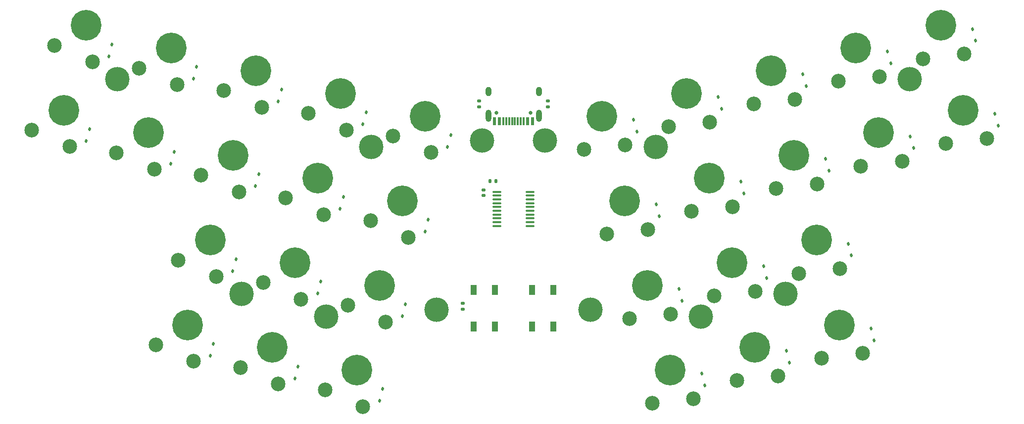
<source format=gbr>
%TF.GenerationSoftware,KiCad,Pcbnew,7.0.8*%
%TF.CreationDate,2024-02-21T20:33:01-06:00*%
%TF.ProjectId,rattlemebones32,72617474-6c65-46d6-9562-6f6e65733332,rev?*%
%TF.SameCoordinates,Original*%
%TF.FileFunction,Soldermask,Bot*%
%TF.FilePolarity,Negative*%
%FSLAX46Y46*%
G04 Gerber Fmt 4.6, Leading zero omitted, Abs format (unit mm)*
G04 Created by KiCad (PCBNEW 7.0.8) date 2024-02-21 20:33:01*
%MOMM*%
%LPD*%
G01*
G04 APERTURE LIST*
G04 Aperture macros list*
%AMRoundRect*
0 Rectangle with rounded corners*
0 $1 Rounding radius*
0 $2 $3 $4 $5 $6 $7 $8 $9 X,Y pos of 4 corners*
0 Add a 4 corners polygon primitive as box body*
4,1,4,$2,$3,$4,$5,$6,$7,$8,$9,$2,$3,0*
0 Add four circle primitives for the rounded corners*
1,1,$1+$1,$2,$3*
1,1,$1+$1,$4,$5*
1,1,$1+$1,$6,$7*
1,1,$1+$1,$8,$9*
0 Add four rect primitives between the rounded corners*
20,1,$1+$1,$2,$3,$4,$5,0*
20,1,$1+$1,$4,$5,$6,$7,0*
20,1,$1+$1,$6,$7,$8,$9,0*
20,1,$1+$1,$8,$9,$2,$3,0*%
G04 Aperture macros list end*
%ADD10C,2.500000*%
%ADD11C,5.250000*%
%ADD12RoundRect,0.112500X0.060138X-0.210228X0.157195X0.151994X-0.060138X0.210228X-0.157195X-0.151994X0*%
%ADD13RoundRect,0.140000X0.140000X0.170000X-0.140000X0.170000X-0.140000X-0.170000X0.140000X-0.170000X0*%
%ADD14RoundRect,0.112500X0.157195X-0.151994X0.060138X0.210228X-0.157195X0.151994X-0.060138X-0.210228X0*%
%ADD15RoundRect,0.140000X-0.170000X0.140000X-0.170000X-0.140000X0.170000X-0.140000X0.170000X0.140000X0*%
%ADD16R,1.100000X1.800000*%
%ADD17RoundRect,0.100000X0.637500X0.100000X-0.637500X0.100000X-0.637500X-0.100000X0.637500X-0.100000X0*%
%ADD18O,1.000000X1.600000*%
%ADD19O,1.000000X2.100000*%
%ADD20R,0.600000X1.450000*%
%ADD21R,0.300000X1.450000*%
%ADD22C,0.650000*%
%ADD23RoundRect,0.135000X-0.185000X0.135000X-0.185000X-0.135000X0.185000X-0.135000X0.185000X0.135000X0*%
%ADD24RoundRect,0.135000X0.185000X-0.135000X0.185000X0.135000X-0.185000X0.135000X-0.185000X-0.135000X0*%
%ADD25C,4.190000*%
G04 APERTURE END LIST*
D10*
%TO.C,SW2*%
X202371413Y-62578225D03*
X195338172Y-63375736D03*
D11*
X198371796Y-57697081D03*
%TD*%
%TO.C,SW23*%
X87927362Y-98321712D03*
D10*
X82460839Y-101722760D03*
X88950560Y-104548715D03*
%TD*%
D11*
%TO.C,SW24*%
X162669706Y-98321713D03*
D10*
X159636082Y-104000368D03*
X166669323Y-103202857D03*
%TD*%
D11*
%TO.C,SW17*%
X91809646Y-83832825D03*
D10*
X86343123Y-87233873D03*
X92832844Y-90059828D03*
%TD*%
%TO.C,SW14*%
X191764811Y-80949397D03*
X184731570Y-81746908D03*
D11*
X187765194Y-76068253D03*
%TD*%
%TO.C,SW18*%
X158787420Y-83832825D03*
D10*
X155753796Y-89511480D03*
X162787037Y-88713969D03*
%TD*%
D11*
%TO.C,SW30*%
X166551994Y-112810596D03*
D10*
X163518370Y-118489251D03*
X170551611Y-117691740D03*
%TD*%
D11*
%TO.C,SW31*%
X98533963Y-116692883D03*
D10*
X93067440Y-120093931D03*
X99557161Y-122919886D03*
%TD*%
%TO.C,SW4*%
X187882530Y-66460510D03*
X180849289Y-67258021D03*
D11*
X183882913Y-61579366D03*
%TD*%
%TO.C,SW9*%
X48342984Y-72185968D03*
D10*
X42876461Y-75587016D03*
X49366182Y-78412971D03*
%TD*%
D12*
%TO.C,D1*%
X56076188Y-62952857D03*
X56619708Y-60924413D03*
%TD*%
D13*
%TO.C,C2*%
X121298725Y-84289371D03*
X122258725Y-84289371D03*
%TD*%
D11*
%TO.C,SW8*%
X154905137Y-69343934D03*
D10*
X151871513Y-75022589D03*
X158904754Y-74225078D03*
%TD*%
D11*
%TO.C,SW3*%
X66714154Y-61579366D03*
D10*
X61247631Y-64980414D03*
X67737352Y-67806369D03*
%TD*%
D11*
%TO.C,SW20*%
X144298531Y-87715110D03*
D10*
X141264907Y-93393765D03*
X148298148Y-92596254D03*
%TD*%
D11*
%TO.C,SW10*%
X202254082Y-72185964D03*
D10*
X199220458Y-77864619D03*
X206253699Y-77067108D03*
%TD*%
D11*
%TO.C,SW13*%
X62831868Y-76068249D03*
D10*
X57365345Y-79469297D03*
X63855066Y-82295252D03*
%TD*%
D14*
%TO.C,D6*%
X175356904Y-68087829D03*
X174813384Y-66059385D03*
%TD*%
D12*
%TO.C,D3*%
X70565079Y-66835145D03*
X71108599Y-64806701D03*
%TD*%
%TO.C,D5*%
X85053966Y-70717429D03*
X85597486Y-68688985D03*
%TD*%
D14*
%TO.C,D2*%
X203791160Y-58294812D03*
X204334680Y-60323256D03*
%TD*%
D11*
%TO.C,SW1*%
X52225268Y-57697080D03*
D10*
X46758745Y-61098128D03*
X53248466Y-63924083D03*
%TD*%
D14*
%TO.C,D14*%
X193184561Y-76665984D03*
X193728081Y-78694428D03*
%TD*%
D12*
%TO.C,D15*%
X81171681Y-85206316D03*
X81715201Y-83177872D03*
%TD*%
D14*
%TO.C,D4*%
X189302271Y-62177097D03*
X189845791Y-64205541D03*
%TD*%
D12*
%TO.C,D9*%
X52193903Y-77441744D03*
X52737423Y-75413300D03*
%TD*%
D14*
%TO.C,D10*%
X207673449Y-72783698D03*
X208216969Y-74812142D03*
%TD*%
D15*
%TO.C,C1*%
X120178726Y-86822351D03*
X120178726Y-85862351D03*
%TD*%
D11*
%TO.C,SW32*%
X152063105Y-116692886D03*
D10*
X149029481Y-122371541D03*
X156062722Y-121574030D03*
%TD*%
D11*
%TO.C,SW21*%
X73438470Y-94439426D03*
D10*
X67971947Y-97840474D03*
X74461668Y-100666429D03*
%TD*%
D11*
%TO.C,SW22*%
X177158596Y-94439426D03*
D10*
X174124972Y-100118081D03*
X181158213Y-99320570D03*
%TD*%
D11*
%TO.C,SW16*%
X173276308Y-79950539D03*
D10*
X170242684Y-85629194D03*
X177275925Y-84831683D03*
%TD*%
D11*
%TO.C,SW12*%
X140416248Y-73226224D03*
D10*
X137382624Y-78904879D03*
X144415865Y-78107368D03*
%TD*%
D11*
%TO.C,SW27*%
X69556188Y-108928313D03*
D10*
X64089665Y-112329361D03*
X70579386Y-115155316D03*
%TD*%
D11*
%TO.C,SW7*%
X95691931Y-69343936D03*
D10*
X90225408Y-72744984D03*
X96715129Y-75570939D03*
%TD*%
D11*
%TO.C,SW11*%
X110180819Y-73226222D03*
D10*
X104714296Y-76627270D03*
X111204017Y-79453225D03*
%TD*%
D11*
%TO.C,SW19*%
X106298533Y-87715110D03*
D10*
X100832010Y-91116158D03*
X107321731Y-93942113D03*
%TD*%
D11*
%TO.C,SW6*%
X169394022Y-65461650D03*
D10*
X166360398Y-71140305D03*
X173393639Y-70342794D03*
%TD*%
D11*
%TO.C,SW25*%
X102416245Y-102203997D03*
D10*
X96949722Y-105605045D03*
X103439443Y-108431000D03*
%TD*%
D11*
%TO.C,SW26*%
X148180820Y-102203997D03*
D10*
X145147196Y-107882652D03*
X152180437Y-107085141D03*
%TD*%
D11*
%TO.C,SW28*%
X181040881Y-108928313D03*
D10*
X178007257Y-114606968D03*
X185040498Y-113809457D03*
%TD*%
D11*
%TO.C,SW29*%
X84045074Y-112810597D03*
D10*
X78578551Y-116211645D03*
X85068272Y-119037600D03*
%TD*%
D11*
%TO.C,SW15*%
X77320758Y-79950538D03*
D10*
X71854235Y-83351586D03*
X78343956Y-86177541D03*
%TD*%
D11*
%TO.C,SW5*%
X81203045Y-65461651D03*
D10*
X75736522Y-68862699D03*
X82226243Y-71688654D03*
%TD*%
D14*
%TO.C,D20*%
X150261417Y-90341286D03*
X149717897Y-88312842D03*
%TD*%
D12*
%TO.C,D21*%
X77289393Y-99695203D03*
X77832913Y-97666759D03*
%TD*%
D14*
%TO.C,D22*%
X183121478Y-97065602D03*
X182577958Y-95037158D03*
%TD*%
D12*
%TO.C,D23*%
X91778279Y-103577490D03*
X92321799Y-101549046D03*
%TD*%
D14*
%TO.C,D24*%
X168632589Y-100947889D03*
X168089069Y-98919445D03*
%TD*%
D12*
%TO.C,D25*%
X106267169Y-107459775D03*
X106810689Y-105431331D03*
%TD*%
D14*
%TO.C,D26*%
X154143703Y-104830174D03*
X153600183Y-102801730D03*
%TD*%
D12*
%TO.C,D27*%
X73407106Y-114184092D03*
X73950626Y-112155648D03*
%TD*%
D14*
%TO.C,D28*%
X187003763Y-111554489D03*
X186460243Y-109526045D03*
%TD*%
%TO.C,D12*%
X146379130Y-75852399D03*
X145835610Y-73823955D03*
%TD*%
D16*
%TO.C,SW33*%
X122148656Y-109189371D03*
X122148656Y-102989371D03*
X118448656Y-109189371D03*
X118448656Y-102989371D03*
%TD*%
%TO.C,SW34*%
X132148658Y-109189371D03*
X132148658Y-102989371D03*
X128448658Y-109189371D03*
X128448658Y-102989371D03*
%TD*%
D17*
%TO.C,U1*%
X122436158Y-86164370D03*
X122436158Y-86814370D03*
X122436158Y-87464370D03*
X122436158Y-88114370D03*
X122436158Y-88764370D03*
X122436158Y-89414370D03*
X122436158Y-90064370D03*
X122436158Y-90714370D03*
X122436158Y-91364370D03*
X122436158Y-92014370D03*
X128161158Y-92014370D03*
X128161158Y-91364370D03*
X128161158Y-90714370D03*
X128161158Y-90064370D03*
X128161158Y-89414370D03*
X128161158Y-88764370D03*
X128161158Y-88114370D03*
X128161158Y-87464370D03*
X128161158Y-86814370D03*
X128161158Y-86164370D03*
%TD*%
D14*
%TO.C,D16*%
X179239194Y-82576713D03*
X178695674Y-80548269D03*
%TD*%
D12*
%TO.C,D17*%
X95660567Y-89088603D03*
X96204087Y-87060159D03*
%TD*%
%TO.C,D11*%
X114031740Y-78482001D03*
X114575260Y-76453557D03*
%TD*%
%TO.C,D13*%
X66682792Y-81324030D03*
X67226312Y-79295586D03*
%TD*%
%TO.C,D7*%
X99542854Y-74599714D03*
X100086374Y-72571270D03*
%TD*%
D14*
%TO.C,D8*%
X160868017Y-71970112D03*
X160324497Y-69941668D03*
%TD*%
D12*
%TO.C,D29*%
X87895993Y-118066377D03*
X88439513Y-116037933D03*
%TD*%
D14*
%TO.C,D18*%
X164750303Y-86458999D03*
X164206783Y-84430555D03*
%TD*%
D12*
%TO.C,D19*%
X110149456Y-92970886D03*
X110692976Y-90942442D03*
%TD*%
D14*
%TO.C,D30*%
X172514873Y-115436773D03*
X171971353Y-113408329D03*
%TD*%
D12*
%TO.C,D31*%
X102384883Y-121948661D03*
X102928403Y-119920217D03*
%TD*%
D14*
%TO.C,D32*%
X158025988Y-119319062D03*
X157482468Y-117290618D03*
%TD*%
D18*
%TO.C,J1*%
X129618657Y-68997826D03*
D19*
X129618657Y-73177826D03*
X120978657Y-73177826D03*
D18*
X120978657Y-68997826D03*
D20*
X122048657Y-74092826D03*
X122848657Y-74092826D03*
D21*
X123548657Y-74092826D03*
X124548657Y-74092826D03*
X126048657Y-74092826D03*
X127048657Y-74092826D03*
D20*
X127748657Y-74092826D03*
X128548657Y-74092826D03*
X128548657Y-74092826D03*
X127748657Y-74092826D03*
D21*
X126548657Y-74092826D03*
X125548657Y-74092826D03*
X125048657Y-74092826D03*
X124048657Y-74092826D03*
D20*
X122848657Y-74092826D03*
X122048657Y-74092826D03*
D22*
X122408657Y-72647826D03*
X128188657Y-72647826D03*
%TD*%
D23*
%TO.C,R1*%
X116578726Y-106289371D03*
X116578726Y-105269371D03*
%TD*%
D24*
%TO.C,R4*%
X119378729Y-71599371D03*
X119378729Y-70579371D03*
%TD*%
%TO.C,R5*%
X131178725Y-71599370D03*
X131178725Y-70579370D03*
%TD*%
D25*
%TO.C,H12*%
X138426851Y-106362450D03*
%TD*%
%TO.C,H11*%
X112170265Y-106362448D03*
%TD*%
%TO.C,H10*%
X130662280Y-77384675D03*
%TD*%
%TO.C,H9*%
X119934838Y-77384672D03*
%TD*%
%TO.C,H8*%
X171855319Y-103616976D03*
%TD*%
%TO.C,H7*%
X157366430Y-107499261D03*
%TD*%
%TO.C,H6*%
X193068522Y-66874628D03*
%TD*%
%TO.C,H5*%
X149601863Y-78521484D03*
%TD*%
%TO.C,H4*%
X93230688Y-107499259D03*
%TD*%
%TO.C,H3*%
X78741800Y-103616976D03*
%TD*%
%TO.C,H2*%
X100995261Y-78521484D03*
%TD*%
%TO.C,H1*%
X57528597Y-66874629D03*
%TD*%
M02*

</source>
